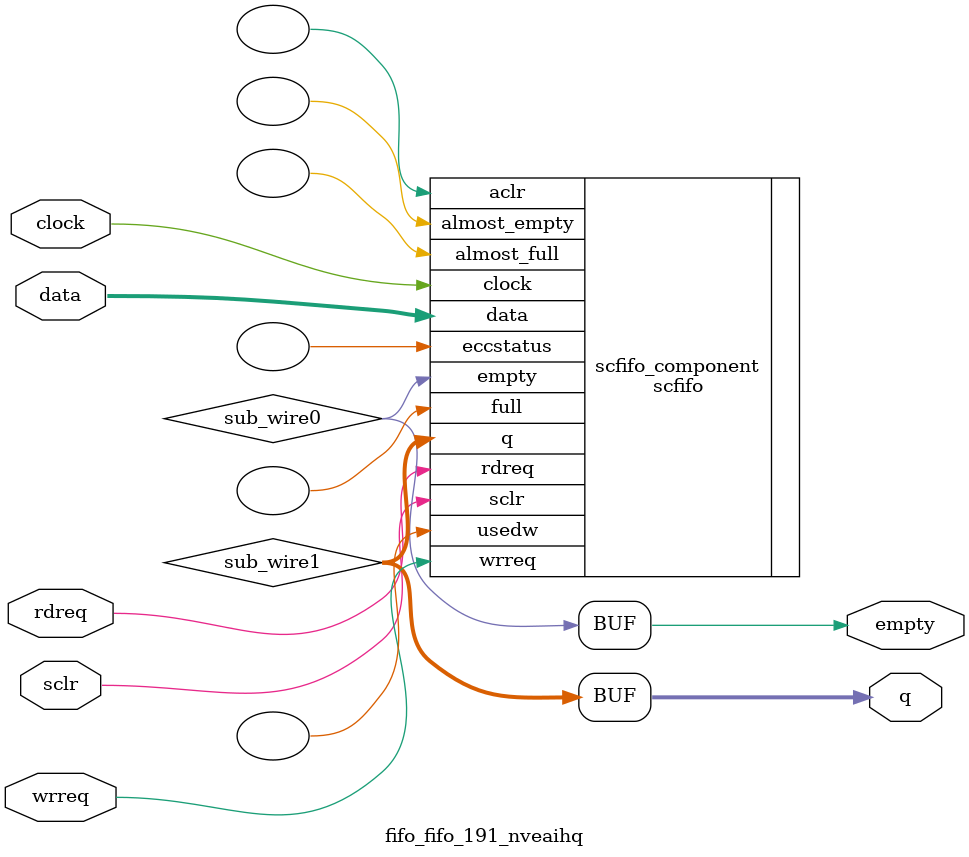
<source format=v>



`timescale 1 ps / 1 ps
// synopsys translate_on
module  fifo_fifo_191_nveaihq  (
    clock,
    data,
    rdreq,
    sclr,
    wrreq,
    empty,
    q);

    input    clock;
    input  [63:0]  data;
    input    rdreq;
    input    sclr;
    input    wrreq;
    output   empty;
    output [63:0]  q;

    wire  sub_wire0;
    wire [63:0] sub_wire1;
    wire  empty = sub_wire0;
    wire [63:0] q = sub_wire1[63:0];

    scfifo  scfifo_component (
                .clock (clock),
                .data (data),
                .rdreq (rdreq),
                .sclr (sclr),
                .wrreq (wrreq),
                .empty (sub_wire0),
                .q (sub_wire1),
                .aclr (),
                .almost_empty (),
                .almost_full (),
                .eccstatus (),
                .full (),
                .usedw ());
    defparam
        scfifo_component.add_ram_output_register  = "ON",
        scfifo_component.enable_ecc  = "FALSE",
        scfifo_component.intended_device_family  = "Cyclone 10 GX",
        scfifo_component.lpm_hint  = "RAM_BLOCK_TYPE=MLAB",
        scfifo_component.lpm_numwords  = 8,
        scfifo_component.lpm_showahead  = "OFF",
        scfifo_component.lpm_type  = "scfifo",
        scfifo_component.lpm_width  = 64,
        scfifo_component.lpm_widthu  = 3,
        scfifo_component.overflow_checking  = "ON",
        scfifo_component.underflow_checking  = "ON",
        scfifo_component.use_eab  = "ON";


endmodule



</source>
